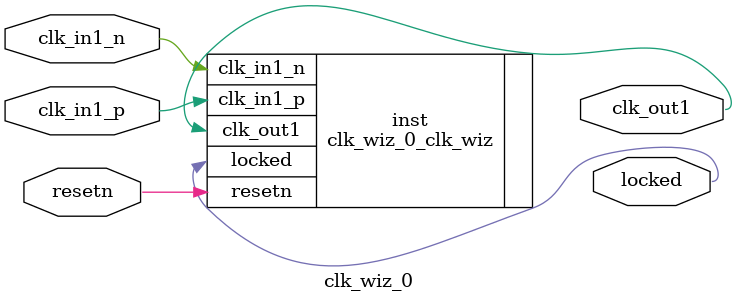
<source format=v>


`timescale 1ps/1ps

(* CORE_GENERATION_INFO = "clk_wiz_0,clk_wiz_v6_0_16_0_0,{component_name=clk_wiz_0,use_phase_alignment=false,use_min_o_jitter=true,use_max_i_jitter=false,use_dyn_phase_shift=false,use_inclk_switchover=false,use_dyn_reconfig=false,enable_axi=0,feedback_source=FDBK_AUTO,PRIMITIVE=MMCM,num_out_clk=1,clkin1_period=10.000,clkin2_period=10.000,use_power_down=false,use_reset=true,use_locked=true,use_inclk_stopped=false,feedback_type=SINGLE,CLOCK_MGR_TYPE=NA,manual_override=false}" *)

module clk_wiz_0 
 (
  // Clock out ports
  output        clk_out1,
  // Status and control signals
  input         resetn,
  output        locked,
 // Clock in ports
  input         clk_in1_p,
  input         clk_in1_n
 );

  clk_wiz_0_clk_wiz inst
  (
  // Clock out ports  
  .clk_out1(clk_out1),
  // Status and control signals               
  .resetn(resetn), 
  .locked(locked),
 // Clock in ports
  .clk_in1_p(clk_in1_p),
  .clk_in1_n(clk_in1_n)
  );

endmodule

</source>
